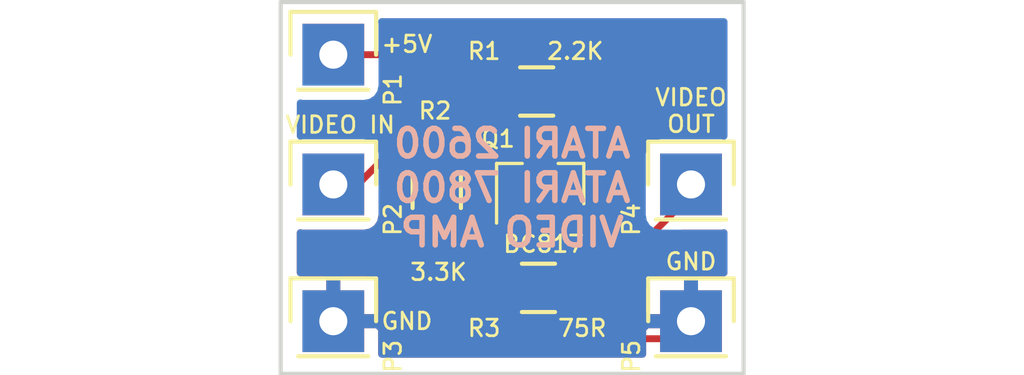
<source format=kicad_pcb>
(kicad_pcb (version 4) (host pcbnew 4.0.5+dfsg1-4)

  (general
    (links 10)
    (no_connects 0)
    (area 131.242999 81.712999 148.157001 95.325001)
    (thickness 1.6)
    (drawings 14)
    (tracks 30)
    (zones 0)
    (modules 9)
    (nets 5)
  )

  (page A4)
  (layers
    (0 F.Cu signal)
    (31 B.Cu signal)
    (32 B.Adhes user)
    (33 F.Adhes user)
    (34 B.Paste user)
    (35 F.Paste user)
    (36 B.SilkS user)
    (37 F.SilkS user)
    (38 B.Mask user)
    (39 F.Mask user)
    (40 Dwgs.User user)
    (41 Cmts.User user)
    (42 Eco1.User user)
    (43 Eco2.User user)
    (44 Edge.Cuts user)
    (45 Margin user)
    (46 B.CrtYd user)
    (47 F.CrtYd user)
    (48 B.Fab user)
    (49 F.Fab user)
  )

  (setup
    (last_trace_width 0.25)
    (trace_clearance 0.2)
    (zone_clearance 0.508)
    (zone_45_only no)
    (trace_min 0.2)
    (segment_width 0.2)
    (edge_width 0.15)
    (via_size 0.6)
    (via_drill 0.4)
    (via_min_size 0.4)
    (via_min_drill 0.3)
    (uvia_size 0.3)
    (uvia_drill 0.1)
    (uvias_allowed no)
    (uvia_min_size 0.2)
    (uvia_min_drill 0.1)
    (pcb_text_width 0.3)
    (pcb_text_size 1.5 1.5)
    (mod_edge_width 0.15)
    (mod_text_size 1 1)
    (mod_text_width 0.15)
    (pad_size 1.524 1.524)
    (pad_drill 0.762)
    (pad_to_mask_clearance 0.2)
    (aux_axis_origin 0 0)
    (visible_elements FFFFFF7F)
    (pcbplotparams
      (layerselection 0x00030_80000001)
      (usegerberextensions false)
      (excludeedgelayer true)
      (linewidth 0.100000)
      (plotframeref false)
      (viasonmask false)
      (mode 1)
      (useauxorigin false)
      (hpglpennumber 1)
      (hpglpenspeed 20)
      (hpglpendiameter 15)
      (hpglpenoverlay 2)
      (psnegative false)
      (psa4output false)
      (plotreference true)
      (plotvalue true)
      (plotinvisibletext false)
      (padsonsilk false)
      (subtractmaskfromsilk false)
      (outputformat 1)
      (mirror false)
      (drillshape 1)
      (scaleselection 1)
      (outputdirectory ""))
  )

  (net 0 "")
  (net 1 +5V)
  (net 2 VIDEO_IN)
  (net 3 GND)
  (net 4 VIDEO_OUT)

  (net_class Default "This is the default net class."
    (clearance 0.2)
    (trace_width 0.25)
    (via_dia 0.6)
    (via_drill 0.4)
    (uvia_dia 0.3)
    (uvia_drill 0.1)
    (add_net +5V)
    (add_net GND)
    (add_net VIDEO_IN)
    (add_net VIDEO_OUT)
  )

  (module Pin_Headers:Pin_Header_Straight_1x01 (layer F.Cu) (tedit 5A5E4ACF) (tstamp 5A5E4655)
    (at 133.223 83.693)
    (descr "Through hole pin header")
    (tags "pin header")
    (path /5A5E4A2B)
    (fp_text reference P1 (at 2.159 1.27 90) (layer F.SilkS)
      (effects (font (size 0.6 0.6) (thickness 0.1)))
    )
    (fp_text value CONN_01X01 (at -6.985 -0.127) (layer F.Fab)
      (effects (font (size 1 1) (thickness 0.15)))
    )
    (fp_line (start 1.55 -1.55) (end 1.55 0) (layer F.SilkS) (width 0.15))
    (fp_line (start -1.75 -1.75) (end -1.75 1.75) (layer F.CrtYd) (width 0.05))
    (fp_line (start 1.75 -1.75) (end 1.75 1.75) (layer F.CrtYd) (width 0.05))
    (fp_line (start -1.75 -1.75) (end 1.75 -1.75) (layer F.CrtYd) (width 0.05))
    (fp_line (start -1.75 1.75) (end 1.75 1.75) (layer F.CrtYd) (width 0.05))
    (fp_line (start -1.55 0) (end -1.55 -1.55) (layer F.SilkS) (width 0.15))
    (fp_line (start -1.55 -1.55) (end 1.55 -1.55) (layer F.SilkS) (width 0.15))
    (fp_line (start -1.27 1.27) (end 1.27 1.27) (layer F.SilkS) (width 0.15))
    (pad 1 thru_hole rect (at 0 0) (size 2.2352 2.2352) (drill 1.016) (layers *.Cu *.Mask)
      (net 1 +5V))
    (model Pin_Headers.3dshapes/Pin_Header_Straight_1x01.wrl
      (at (xyz 0 0 0))
      (scale (xyz 1 1 1))
      (rotate (xyz 0 0 90))
    )
  )

  (module Pin_Headers:Pin_Header_Straight_1x01 (layer F.Cu) (tedit 5A5E4892) (tstamp 5A5E465A)
    (at 133.223 88.392)
    (descr "Through hole pin header")
    (tags "pin header")
    (path /5A5E43FE)
    (fp_text reference P2 (at 2.159 1.27 90) (layer F.SilkS)
      (effects (font (size 0.6 0.6) (thickness 0.1)))
    )
    (fp_text value CONN_01X01 (at -6.985 0) (layer F.Fab)
      (effects (font (size 1 1) (thickness 0.15)))
    )
    (fp_line (start 1.55 -1.55) (end 1.55 0) (layer F.SilkS) (width 0.15))
    (fp_line (start -1.75 -1.75) (end -1.75 1.75) (layer F.CrtYd) (width 0.05))
    (fp_line (start 1.75 -1.75) (end 1.75 1.75) (layer F.CrtYd) (width 0.05))
    (fp_line (start -1.75 -1.75) (end 1.75 -1.75) (layer F.CrtYd) (width 0.05))
    (fp_line (start -1.75 1.75) (end 1.75 1.75) (layer F.CrtYd) (width 0.05))
    (fp_line (start -1.55 0) (end -1.55 -1.55) (layer F.SilkS) (width 0.15))
    (fp_line (start -1.55 -1.55) (end 1.55 -1.55) (layer F.SilkS) (width 0.15))
    (fp_line (start -1.27 1.27) (end 1.27 1.27) (layer F.SilkS) (width 0.15))
    (pad 1 thru_hole rect (at 0 0) (size 2.2352 2.2352) (drill 1.016) (layers *.Cu *.Mask)
      (net 2 VIDEO_IN))
    (model Pin_Headers.3dshapes/Pin_Header_Straight_1x01.wrl
      (at (xyz 0 0 0))
      (scale (xyz 1 1 1))
      (rotate (xyz 0 0 90))
    )
  )

  (module Pin_Headers:Pin_Header_Straight_1x01 (layer F.Cu) (tedit 5A5E4AE9) (tstamp 5A5E465F)
    (at 133.223 93.345)
    (descr "Through hole pin header")
    (tags "pin header")
    (path /5A5E41F8)
    (fp_text reference P3 (at 2.159 1.27 90) (layer F.SilkS)
      (effects (font (size 0.6 0.6) (thickness 0.1)))
    )
    (fp_text value CONN_01X01 (at -7.112 0) (layer F.Fab)
      (effects (font (size 1 1) (thickness 0.15)))
    )
    (fp_line (start 1.55 -1.55) (end 1.55 0) (layer F.SilkS) (width 0.15))
    (fp_line (start -1.75 -1.75) (end -1.75 1.75) (layer F.CrtYd) (width 0.05))
    (fp_line (start 1.75 -1.75) (end 1.75 1.75) (layer F.CrtYd) (width 0.05))
    (fp_line (start -1.75 -1.75) (end 1.75 -1.75) (layer F.CrtYd) (width 0.05))
    (fp_line (start -1.75 1.75) (end 1.75 1.75) (layer F.CrtYd) (width 0.05))
    (fp_line (start -1.55 0) (end -1.55 -1.55) (layer F.SilkS) (width 0.15))
    (fp_line (start -1.55 -1.55) (end 1.55 -1.55) (layer F.SilkS) (width 0.15))
    (fp_line (start -1.27 1.27) (end 1.27 1.27) (layer F.SilkS) (width 0.15))
    (pad 1 thru_hole rect (at 0 0) (size 2.2352 2.2352) (drill 1.016) (layers *.Cu *.Mask)
      (net 3 GND))
    (model Pin_Headers.3dshapes/Pin_Header_Straight_1x01.wrl
      (at (xyz 0 0 0))
      (scale (xyz 1 1 1))
      (rotate (xyz 0 0 90))
    )
  )

  (module Pin_Headers:Pin_Header_Straight_1x01 (layer F.Cu) (tedit 5A5E4876) (tstamp 5A5E4664)
    (at 146.177 88.392)
    (descr "Through hole pin header")
    (tags "pin header")
    (path /5A5E4442)
    (fp_text reference P4 (at -2.159 1.27 90) (layer F.SilkS)
      (effects (font (size 0.6 0.6) (thickness 0.1)))
    )
    (fp_text value CONN_01X01 (at 7.112 -0.381) (layer F.Fab)
      (effects (font (size 1 1) (thickness 0.15)))
    )
    (fp_line (start 1.55 -1.55) (end 1.55 0) (layer F.SilkS) (width 0.15))
    (fp_line (start -1.75 -1.75) (end -1.75 1.75) (layer F.CrtYd) (width 0.05))
    (fp_line (start 1.75 -1.75) (end 1.75 1.75) (layer F.CrtYd) (width 0.05))
    (fp_line (start -1.75 -1.75) (end 1.75 -1.75) (layer F.CrtYd) (width 0.05))
    (fp_line (start -1.75 1.75) (end 1.75 1.75) (layer F.CrtYd) (width 0.05))
    (fp_line (start -1.55 0) (end -1.55 -1.55) (layer F.SilkS) (width 0.15))
    (fp_line (start -1.55 -1.55) (end 1.55 -1.55) (layer F.SilkS) (width 0.15))
    (fp_line (start -1.27 1.27) (end 1.27 1.27) (layer F.SilkS) (width 0.15))
    (pad 1 thru_hole rect (at 0 0) (size 2.2352 2.2352) (drill 1.016) (layers *.Cu *.Mask)
      (net 4 VIDEO_OUT))
    (model Pin_Headers.3dshapes/Pin_Header_Straight_1x01.wrl
      (at (xyz 0 0 0))
      (scale (xyz 1 1 1))
      (rotate (xyz 0 0 90))
    )
  )

  (module Pin_Headers:Pin_Header_Straight_1x01 (layer F.Cu) (tedit 5A5E4834) (tstamp 5A5E4669)
    (at 146.177 93.345)
    (descr "Through hole pin header")
    (tags "pin header")
    (path /5A5E4267)
    (fp_text reference P5 (at -2.159 1.27 90) (layer F.SilkS)
      (effects (font (size 0.6 0.6) (thickness 0.1)))
    )
    (fp_text value CONN_01X01 (at 7.112 0.127) (layer F.Fab)
      (effects (font (size 1 1) (thickness 0.15)))
    )
    (fp_line (start 1.55 -1.55) (end 1.55 0) (layer F.SilkS) (width 0.15))
    (fp_line (start -1.75 -1.75) (end -1.75 1.75) (layer F.CrtYd) (width 0.05))
    (fp_line (start 1.75 -1.75) (end 1.75 1.75) (layer F.CrtYd) (width 0.05))
    (fp_line (start -1.75 -1.75) (end 1.75 -1.75) (layer F.CrtYd) (width 0.05))
    (fp_line (start -1.75 1.75) (end 1.75 1.75) (layer F.CrtYd) (width 0.05))
    (fp_line (start -1.55 0) (end -1.55 -1.55) (layer F.SilkS) (width 0.15))
    (fp_line (start -1.55 -1.55) (end 1.55 -1.55) (layer F.SilkS) (width 0.15))
    (fp_line (start -1.27 1.27) (end 1.27 1.27) (layer F.SilkS) (width 0.15))
    (pad 1 thru_hole rect (at 0 0) (size 2.2352 2.2352) (drill 1.016) (layers *.Cu *.Mask)
      (net 3 GND))
    (model Pin_Headers.3dshapes/Pin_Header_Straight_1x01.wrl
      (at (xyz 0 0 0))
      (scale (xyz 1 1 1))
      (rotate (xyz 0 0 90))
    )
  )

  (module TO_SOT_Packages_SMD:SOT-23 (layer F.Cu) (tedit 5A5E4AAA) (tstamp 5A5E4670)
    (at 140.716 88.392 90)
    (descr "SOT-23, Standard")
    (tags SOT-23)
    (path /5A5E40D9)
    (attr smd)
    (fp_text reference Q1 (at 1.651 -1.524 180) (layer F.SilkS)
      (effects (font (size 0.6 0.6) (thickness 0.1)))
    )
    (fp_text value BC817-40 (at 0 2.5 90) (layer F.Fab)
      (effects (font (size 1 1) (thickness 0.15)))
    )
    (fp_line (start 0.76 1.58) (end 0.76 0.65) (layer F.SilkS) (width 0.12))
    (fp_line (start 0.76 -1.58) (end 0.76 -0.65) (layer F.SilkS) (width 0.12))
    (fp_line (start 0.7 -1.52) (end 0.7 1.52) (layer F.Fab) (width 0.15))
    (fp_line (start -0.7 1.52) (end 0.7 1.52) (layer F.Fab) (width 0.15))
    (fp_line (start -1.7 -1.75) (end 1.7 -1.75) (layer F.CrtYd) (width 0.05))
    (fp_line (start 1.7 -1.75) (end 1.7 1.75) (layer F.CrtYd) (width 0.05))
    (fp_line (start 1.7 1.75) (end -1.7 1.75) (layer F.CrtYd) (width 0.05))
    (fp_line (start -1.7 1.75) (end -1.7 -1.75) (layer F.CrtYd) (width 0.05))
    (fp_line (start 0.76 -1.58) (end -1.4 -1.58) (layer F.SilkS) (width 0.12))
    (fp_line (start -0.7 -1.52) (end 0.7 -1.52) (layer F.Fab) (width 0.15))
    (fp_line (start -0.7 -1.52) (end -0.7 1.52) (layer F.Fab) (width 0.15))
    (fp_line (start 0.76 1.58) (end -0.7 1.58) (layer F.SilkS) (width 0.12))
    (pad 1 smd rect (at -1 -0.95 90) (size 0.9 0.8) (layers F.Cu F.Paste F.Mask)
      (net 2 VIDEO_IN))
    (pad 2 smd rect (at -1 0.95 90) (size 0.9 0.8) (layers F.Cu F.Paste F.Mask)
      (net 4 VIDEO_OUT))
    (pad 3 smd rect (at 1 0 90) (size 0.9 0.8) (layers F.Cu F.Paste F.Mask)
      (net 1 +5V))
    (model TO_SOT_Packages_SMD.3dshapes/SOT-23.wrl
      (at (xyz 0 0 0))
      (scale (xyz 1 1 1))
      (rotate (xyz 0 0 90))
    )
  )

  (module Resistors_SMD:R_0805_HandSoldering (layer F.Cu) (tedit 5A5E4A93) (tstamp 5A5E4676)
    (at 140.589 85.0265)
    (descr "Resistor SMD 0805, hand soldering")
    (tags "resistor 0805")
    (path /5A5E4165)
    (attr smd)
    (fp_text reference R1 (at -1.905 -1.4605) (layer F.SilkS)
      (effects (font (size 0.6 0.6) (thickness 0.1)))
    )
    (fp_text value 2.2K (at 0 2.1) (layer F.Fab)
      (effects (font (size 1 1) (thickness 0.15)))
    )
    (fp_line (start -1 0.625) (end -1 -0.625) (layer F.Fab) (width 0.1))
    (fp_line (start 1 0.625) (end -1 0.625) (layer F.Fab) (width 0.1))
    (fp_line (start 1 -0.625) (end 1 0.625) (layer F.Fab) (width 0.1))
    (fp_line (start -1 -0.625) (end 1 -0.625) (layer F.Fab) (width 0.1))
    (fp_line (start -2.4 -1) (end 2.4 -1) (layer F.CrtYd) (width 0.05))
    (fp_line (start -2.4 1) (end 2.4 1) (layer F.CrtYd) (width 0.05))
    (fp_line (start -2.4 -1) (end -2.4 1) (layer F.CrtYd) (width 0.05))
    (fp_line (start 2.4 -1) (end 2.4 1) (layer F.CrtYd) (width 0.05))
    (fp_line (start 0.6 0.875) (end -0.6 0.875) (layer F.SilkS) (width 0.15))
    (fp_line (start -0.6 -0.875) (end 0.6 -0.875) (layer F.SilkS) (width 0.15))
    (pad 1 smd rect (at -1.35 0) (size 1.5 1.3) (layers F.Cu F.Paste F.Mask)
      (net 2 VIDEO_IN))
    (pad 2 smd rect (at 1.35 0) (size 1.5 1.3) (layers F.Cu F.Paste F.Mask)
      (net 1 +5V))
    (model Resistors_SMD.3dshapes/R_0805_HandSoldering.wrl
      (at (xyz 0 0 0))
      (scale (xyz 1 1 1))
      (rotate (xyz 0 0 0))
    )
  )

  (module Resistors_SMD:R_0805_HandSoldering (layer F.Cu) (tedit 5A5E48D6) (tstamp 5A5E467C)
    (at 136.9695 88.646 90)
    (descr "Resistor SMD 0805, hand soldering")
    (tags "resistor 0805")
    (path /5A5E4127)
    (attr smd)
    (fp_text reference R2 (at 2.921 -0.0635 180) (layer F.SilkS)
      (effects (font (size 0.6 0.6) (thickness 0.1)))
    )
    (fp_text value 3.3K (at 0 2.1 90) (layer F.Fab)
      (effects (font (size 1 1) (thickness 0.15)))
    )
    (fp_line (start -1 0.625) (end -1 -0.625) (layer F.Fab) (width 0.1))
    (fp_line (start 1 0.625) (end -1 0.625) (layer F.Fab) (width 0.1))
    (fp_line (start 1 -0.625) (end 1 0.625) (layer F.Fab) (width 0.1))
    (fp_line (start -1 -0.625) (end 1 -0.625) (layer F.Fab) (width 0.1))
    (fp_line (start -2.4 -1) (end 2.4 -1) (layer F.CrtYd) (width 0.05))
    (fp_line (start -2.4 1) (end 2.4 1) (layer F.CrtYd) (width 0.05))
    (fp_line (start -2.4 -1) (end -2.4 1) (layer F.CrtYd) (width 0.05))
    (fp_line (start 2.4 -1) (end 2.4 1) (layer F.CrtYd) (width 0.05))
    (fp_line (start 0.6 0.875) (end -0.6 0.875) (layer F.SilkS) (width 0.15))
    (fp_line (start -0.6 -0.875) (end 0.6 -0.875) (layer F.SilkS) (width 0.15))
    (pad 1 smd rect (at -1.35 0 90) (size 1.5 1.3) (layers F.Cu F.Paste F.Mask)
      (net 3 GND))
    (pad 2 smd rect (at 1.35 0 90) (size 1.5 1.3) (layers F.Cu F.Paste F.Mask)
      (net 2 VIDEO_IN))
    (model Resistors_SMD.3dshapes/R_0805_HandSoldering.wrl
      (at (xyz 0 0 0))
      (scale (xyz 1 1 1))
      (rotate (xyz 0 0 0))
    )
  )

  (module Resistors_SMD:R_0805_HandSoldering (layer F.Cu) (tedit 5A5E4ABC) (tstamp 5A5E4682)
    (at 140.6525 92.1385)
    (descr "Resistor SMD 0805, hand soldering")
    (tags "resistor 0805")
    (path /5A5E4194)
    (attr smd)
    (fp_text reference R3 (at -1.9685 1.4605) (layer F.SilkS)
      (effects (font (size 0.6 0.6) (thickness 0.1)))
    )
    (fp_text value 75 (at 0 2.1) (layer F.Fab)
      (effects (font (size 1 1) (thickness 0.15)))
    )
    (fp_line (start -1 0.625) (end -1 -0.625) (layer F.Fab) (width 0.1))
    (fp_line (start 1 0.625) (end -1 0.625) (layer F.Fab) (width 0.1))
    (fp_line (start 1 -0.625) (end 1 0.625) (layer F.Fab) (width 0.1))
    (fp_line (start -1 -0.625) (end 1 -0.625) (layer F.Fab) (width 0.1))
    (fp_line (start -2.4 -1) (end 2.4 -1) (layer F.CrtYd) (width 0.05))
    (fp_line (start -2.4 1) (end 2.4 1) (layer F.CrtYd) (width 0.05))
    (fp_line (start -2.4 -1) (end -2.4 1) (layer F.CrtYd) (width 0.05))
    (fp_line (start 2.4 -1) (end 2.4 1) (layer F.CrtYd) (width 0.05))
    (fp_line (start 0.6 0.875) (end -0.6 0.875) (layer F.SilkS) (width 0.15))
    (fp_line (start -0.6 -0.875) (end 0.6 -0.875) (layer F.SilkS) (width 0.15))
    (pad 1 smd rect (at -1.35 0) (size 1.5 1.3) (layers F.Cu F.Paste F.Mask)
      (net 3 GND))
    (pad 2 smd rect (at 1.35 0) (size 1.5 1.3) (layers F.Cu F.Paste F.Mask)
      (net 4 VIDEO_OUT))
    (model Resistors_SMD.3dshapes/R_0805_HandSoldering.wrl
      (at (xyz 0 0 0))
      (scale (xyz 1 1 1))
      (rotate (xyz 0 0 0))
    )
  )

  (gr_text "ATARI 2600\nATARI 7800\nVIDEO AMP" (at 139.7 88.519) (layer B.SilkS)
    (effects (font (size 1 1) (thickness 0.2)) (justify mirror))
  )
  (gr_text "VIDEO IN" (at 133.477 86.233) (layer F.SilkS)
    (effects (font (size 0.6 0.6) (thickness 0.1)))
  )
  (gr_text "VIDEO\nOUT" (at 146.177 85.725) (layer F.SilkS)
    (effects (font (size 0.6 0.6) (thickness 0.1)))
  )
  (gr_text GND (at 146.177 91.186) (layer F.SilkS)
    (effects (font (size 0.6 0.6) (thickness 0.1)))
  )
  (gr_text GND (at 135.89 93.345) (layer F.SilkS)
    (effects (font (size 0.6 0.6) (thickness 0.1)))
  )
  (gr_text 75R (at 142.24 93.599) (layer F.SilkS)
    (effects (font (size 0.6 0.6) (thickness 0.1)))
  )
  (gr_text 3.3K (at 137.033 91.567) (layer F.SilkS)
    (effects (font (size 0.6 0.6) (thickness 0.1)))
  )
  (gr_text BC817 (at 140.843 90.551) (layer F.SilkS)
    (effects (font (size 0.6 0.6) (thickness 0.1)))
  )
  (gr_text 2.2K (at 141.986 83.566) (layer F.SilkS)
    (effects (font (size 0.6 0.6) (thickness 0.1)))
  )
  (gr_text +5V (at 135.89 83.312) (layer F.SilkS)
    (effects (font (size 0.6 0.6) (thickness 0.1)))
  )
  (gr_line (start 148.082 81.788) (end 131.318 81.788) (angle 90) (layer Edge.Cuts) (width 0.15))
  (gr_line (start 148.082 95.25) (end 148.082 81.788) (angle 90) (layer Edge.Cuts) (width 0.15))
  (gr_line (start 131.318 95.25) (end 148.082 95.25) (angle 90) (layer Edge.Cuts) (width 0.15))
  (gr_line (start 131.318 81.788) (end 131.318 95.25) (angle 90) (layer Edge.Cuts) (width 0.15))

  (segment (start 140.716 87.392) (end 140.716 87.249) (width 0.25) (layer F.Cu) (net 1))
  (segment (start 140.716 87.249) (end 141.939 86.026) (width 0.25) (layer F.Cu) (net 1) (tstamp 5A5E4803))
  (segment (start 141.939 86.026) (end 141.939 85.0265) (width 0.25) (layer F.Cu) (net 1) (tstamp 5A5E4804))
  (segment (start 133.223 83.693) (end 140.6055 83.693) (width 0.25) (layer F.Cu) (net 1))
  (segment (start 140.6055 83.693) (end 141.939 85.0265) (width 0.25) (layer F.Cu) (net 1) (tstamp 5A5E47C4))
  (segment (start 136.9695 87.296) (end 137.67 87.296) (width 0.25) (layer F.Cu) (net 2))
  (segment (start 137.67 87.296) (end 139.766 89.392) (width 0.25) (layer F.Cu) (net 2) (tstamp 5A5E4A4C))
  (segment (start 136.9695 87.296) (end 137.494 87.296) (width 0.25) (layer F.Cu) (net 2))
  (segment (start 137.494 87.296) (end 139.239 85.551) (width 0.25) (layer F.Cu) (net 2) (tstamp 5A5E47D9))
  (segment (start 139.239 85.551) (end 139.239 85.0265) (width 0.25) (layer F.Cu) (net 2) (tstamp 5A5E47DA))
  (segment (start 133.223 88.392) (end 134.112 88.392) (width 0.25) (layer F.Cu) (net 2))
  (segment (start 134.112 88.392) (end 135.208 87.296) (width 0.25) (layer F.Cu) (net 2) (tstamp 5A5E47D3))
  (segment (start 135.208 87.296) (end 136.9695 87.296) (width 0.25) (layer F.Cu) (net 2) (tstamp 5A5E47D5))
  (segment (start 134.112 88.392) (end 135.208 87.296) (width 0.25) (layer F.Cu) (net 2) (tstamp 5A5E47C9))
  (segment (start 135.208 87.296) (end 136.9695 87.296) (width 0.25) (layer F.Cu) (net 2) (tstamp 5A5E47CA))
  (segment (start 139.3025 92.1385) (end 139.3025 92.6935) (width 0.25) (layer F.Cu) (net 3))
  (segment (start 139.3025 92.6935) (end 140.589 93.98) (width 0.25) (layer F.Cu) (net 3) (tstamp 5A5E47F6))
  (segment (start 140.589 93.98) (end 145.542 93.98) (width 0.25) (layer F.Cu) (net 3) (tstamp 5A5E47F7))
  (segment (start 145.542 93.98) (end 146.177 93.345) (width 0.25) (layer F.Cu) (net 3) (tstamp 5A5E47F9))
  (segment (start 136.9695 89.996) (end 138.002 89.996) (width 0.25) (layer F.Cu) (net 3))
  (segment (start 139.3025 91.2965) (end 139.3025 92.1385) (width 0.25) (layer F.Cu) (net 3) (tstamp 5A5E47F3))
  (segment (start 138.002 89.996) (end 139.3025 91.2965) (width 0.25) (layer F.Cu) (net 3) (tstamp 5A5E47F1))
  (segment (start 133.223 93.345) (end 135.255 93.345) (width 0.25) (layer F.Cu) (net 3))
  (segment (start 136.9695 91.6305) (end 136.9695 89.996) (width 0.25) (layer F.Cu) (net 3) (tstamp 5A5E47ED))
  (segment (start 135.255 93.345) (end 136.9695 91.6305) (width 0.25) (layer F.Cu) (net 3) (tstamp 5A5E47EB))
  (segment (start 141.666 89.392) (end 141.666 91.802) (width 0.25) (layer F.Cu) (net 4))
  (segment (start 141.666 91.802) (end 142.0025 92.1385) (width 0.25) (layer F.Cu) (net 4) (tstamp 5A5E4800))
  (segment (start 142.0025 92.1385) (end 142.8115 92.1385) (width 0.25) (layer F.Cu) (net 4))
  (segment (start 142.8115 92.1385) (end 146.177 88.773) (width 0.25) (layer F.Cu) (net 4) (tstamp 5A5E47FC))
  (segment (start 146.177 88.773) (end 146.177 88.392) (width 0.25) (layer F.Cu) (net 4) (tstamp 5A5E47FD))

  (zone (net 3) (net_name GND) (layer F.Cu) (tstamp 5A5E49E0) (hatch edge 0.508)
    (connect_pads (clearance 0.508))
    (min_thickness 0.254)
    (fill yes (arc_segments 16) (thermal_gap 0.508) (thermal_bridge_width 0.508))
    (polygon
      (pts
        (xy 131.445 81.915) (xy 131.445 95.123) (xy 147.955 95.123) (xy 147.955 81.915)
      )
    )
    (filled_polygon
      (pts
        (xy 135.716338 88.281317) (xy 135.85541 88.497441) (xy 136.06761 88.642431) (xy 136.10099 88.649191) (xy 135.959801 88.707673)
        (xy 135.781173 88.886302) (xy 135.6845 89.119691) (xy 135.6845 89.71025) (xy 135.84325 89.869) (xy 136.8425 89.869)
        (xy 136.8425 89.849) (xy 137.0965 89.849) (xy 137.0965 89.869) (xy 138.09575 89.869) (xy 138.2545 89.71025)
        (xy 138.2545 89.119691) (xy 138.157827 88.886302) (xy 137.979199 88.707673) (xy 137.843213 88.651346) (xy 137.854817 88.649162)
        (xy 137.911735 88.612537) (xy 138.71856 89.419362) (xy 138.71856 89.842) (xy 138.762838 90.077317) (xy 138.90191 90.293441)
        (xy 139.11411 90.438431) (xy 139.366 90.48944) (xy 140.166 90.48944) (xy 140.401317 90.445162) (xy 140.617441 90.30609)
        (xy 140.716633 90.160917) (xy 140.80191 90.293441) (xy 140.906 90.364563) (xy 140.906 90.956882) (xy 140.801059 91.02441)
        (xy 140.656069 91.23661) (xy 140.649309 91.26999) (xy 140.590827 91.128801) (xy 140.412198 90.950173) (xy 140.178809 90.8535)
        (xy 139.58825 90.8535) (xy 139.4295 91.01225) (xy 139.4295 92.0115) (xy 139.4495 92.0115) (xy 139.4495 92.2655)
        (xy 139.4295 92.2655) (xy 139.4295 93.26475) (xy 139.58825 93.4235) (xy 140.178809 93.4235) (xy 140.412198 93.326827)
        (xy 140.590827 93.148199) (xy 140.647154 93.012213) (xy 140.649338 93.023817) (xy 140.78841 93.239941) (xy 141.00061 93.384931)
        (xy 141.2525 93.43594) (xy 142.7525 93.43594) (xy 142.987817 93.391662) (xy 143.203941 93.25259) (xy 143.348931 93.04039)
        (xy 143.39994 92.7885) (xy 143.39994 92.624862) (xy 143.923712 92.10109) (xy 144.4244 92.10109) (xy 144.4244 93.05925)
        (xy 144.58315 93.218) (xy 146.05 93.218) (xy 146.05 91.75115) (xy 145.89125 91.5924) (xy 144.933091 91.5924)
        (xy 144.699702 91.689073) (xy 144.521073 91.867701) (xy 144.4244 92.10109) (xy 143.923712 92.10109) (xy 145.867762 90.15704)
        (xy 147.2946 90.15704) (xy 147.372 90.142476) (xy 147.372 91.5924) (xy 146.46275 91.5924) (xy 146.304 91.75115)
        (xy 146.304 93.218) (xy 146.324 93.218) (xy 146.324 93.472) (xy 146.304 93.472) (xy 146.304 93.492)
        (xy 146.05 93.492) (xy 146.05 93.472) (xy 144.58315 93.472) (xy 144.4244 93.63075) (xy 144.4244 94.54)
        (xy 134.9756 94.54) (xy 134.9756 93.63075) (xy 134.81685 93.472) (xy 133.35 93.472) (xy 133.35 93.492)
        (xy 133.096 93.492) (xy 133.096 93.472) (xy 133.076 93.472) (xy 133.076 93.218) (xy 133.096 93.218)
        (xy 133.096 91.75115) (xy 133.35 91.75115) (xy 133.35 93.218) (xy 134.81685 93.218) (xy 134.9756 93.05925)
        (xy 134.9756 92.42425) (xy 137.9175 92.42425) (xy 137.9175 92.91481) (xy 138.014173 93.148199) (xy 138.192802 93.326827)
        (xy 138.426191 93.4235) (xy 139.01675 93.4235) (xy 139.1755 93.26475) (xy 139.1755 92.2655) (xy 138.07625 92.2655)
        (xy 137.9175 92.42425) (xy 134.9756 92.42425) (xy 134.9756 92.10109) (xy 134.878927 91.867701) (xy 134.700298 91.689073)
        (xy 134.466909 91.5924) (xy 133.50875 91.5924) (xy 133.35 91.75115) (xy 133.096 91.75115) (xy 132.93725 91.5924)
        (xy 132.028 91.5924) (xy 132.028 90.28175) (xy 135.6845 90.28175) (xy 135.6845 90.872309) (xy 135.781173 91.105698)
        (xy 135.959801 91.284327) (xy 136.19319 91.381) (xy 136.68375 91.381) (xy 136.8425 91.22225) (xy 136.8425 90.123)
        (xy 137.0965 90.123) (xy 137.0965 91.22225) (xy 137.25525 91.381) (xy 137.74581 91.381) (xy 137.943653 91.299051)
        (xy 137.9175 91.36219) (xy 137.9175 91.85275) (xy 138.07625 92.0115) (xy 139.1755 92.0115) (xy 139.1755 91.01225)
        (xy 139.01675 90.8535) (xy 138.426191 90.8535) (xy 138.228346 90.93545) (xy 138.2545 90.872309) (xy 138.2545 90.28175)
        (xy 138.09575 90.123) (xy 137.0965 90.123) (xy 136.8425 90.123) (xy 135.84325 90.123) (xy 135.6845 90.28175)
        (xy 132.028 90.28175) (xy 132.028 90.141366) (xy 132.1054 90.15704) (xy 134.3406 90.15704) (xy 134.575917 90.112762)
        (xy 134.792041 89.97369) (xy 134.937031 89.76149) (xy 134.98804 89.5096) (xy 134.98804 88.590762) (xy 135.522802 88.056)
        (xy 135.673942 88.056)
      )
    )
  )
  (zone (net 3) (net_name GND) (layer B.Cu) (tstamp 5A5E4A26) (hatch edge 0.508)
    (connect_pads (clearance 0.508))
    (min_thickness 0.254)
    (fill yes (arc_segments 16) (thermal_gap 0.508) (thermal_bridge_width 0.508))
    (polygon
      (pts
        (xy 147.955 95.123) (xy 131.445 95.123) (xy 131.445 81.915) (xy 147.955 81.915)
      )
    )
    (filled_polygon
      (pts
        (xy 147.372 86.642634) (xy 147.2946 86.62696) (xy 145.0594 86.62696) (xy 144.824083 86.671238) (xy 144.607959 86.81031)
        (xy 144.462969 87.02251) (xy 144.41196 87.2744) (xy 144.41196 89.5096) (xy 144.456238 89.744917) (xy 144.59531 89.961041)
        (xy 144.80751 90.106031) (xy 145.0594 90.15704) (xy 147.2946 90.15704) (xy 147.372 90.142476) (xy 147.372 91.5924)
        (xy 146.46275 91.5924) (xy 146.304 91.75115) (xy 146.304 93.218) (xy 146.324 93.218) (xy 146.324 93.472)
        (xy 146.304 93.472) (xy 146.304 93.492) (xy 146.05 93.492) (xy 146.05 93.472) (xy 144.58315 93.472)
        (xy 144.4244 93.63075) (xy 144.4244 94.54) (xy 134.9756 94.54) (xy 134.9756 93.63075) (xy 134.81685 93.472)
        (xy 133.35 93.472) (xy 133.35 93.492) (xy 133.096 93.492) (xy 133.096 93.472) (xy 133.076 93.472)
        (xy 133.076 93.218) (xy 133.096 93.218) (xy 133.096 91.75115) (xy 133.35 91.75115) (xy 133.35 93.218)
        (xy 134.81685 93.218) (xy 134.9756 93.05925) (xy 134.9756 92.10109) (xy 144.4244 92.10109) (xy 144.4244 93.05925)
        (xy 144.58315 93.218) (xy 146.05 93.218) (xy 146.05 91.75115) (xy 145.89125 91.5924) (xy 144.933091 91.5924)
        (xy 144.699702 91.689073) (xy 144.521073 91.867701) (xy 144.4244 92.10109) (xy 134.9756 92.10109) (xy 134.878927 91.867701)
        (xy 134.700298 91.689073) (xy 134.466909 91.5924) (xy 133.50875 91.5924) (xy 133.35 91.75115) (xy 133.096 91.75115)
        (xy 132.93725 91.5924) (xy 132.028 91.5924) (xy 132.028 90.141366) (xy 132.1054 90.15704) (xy 134.3406 90.15704)
        (xy 134.575917 90.112762) (xy 134.792041 89.97369) (xy 134.937031 89.76149) (xy 134.98804 89.5096) (xy 134.98804 87.2744)
        (xy 134.943762 87.039083) (xy 134.80469 86.822959) (xy 134.59249 86.677969) (xy 134.3406 86.62696) (xy 132.1054 86.62696)
        (xy 132.028 86.641524) (xy 132.028 85.442366) (xy 132.1054 85.45804) (xy 134.3406 85.45804) (xy 134.575917 85.413762)
        (xy 134.792041 85.27469) (xy 134.937031 85.06249) (xy 134.98804 84.8106) (xy 134.98804 82.5754) (xy 134.973476 82.498)
        (xy 147.372 82.498)
      )
    )
  )
)

</source>
